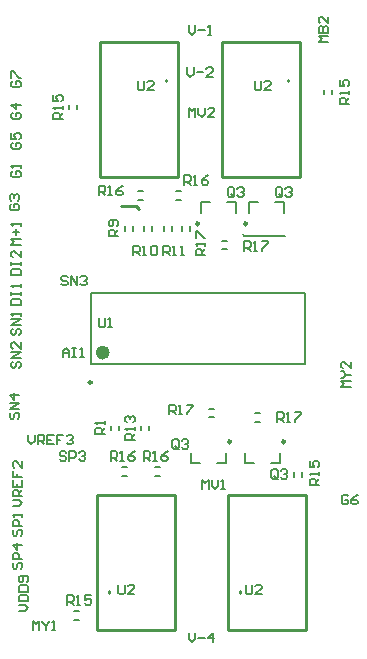
<source format=gto>
%FSLAX25Y25*%
%MOIN*%
G70*
G01*
G75*
%ADD10R,0.03543X0.02756*%
%ADD11R,0.22835X0.25197*%
%ADD12R,0.03150X0.08661*%
%ADD13R,0.02362X0.04528*%
%ADD14R,0.02756X0.03543*%
%ADD15O,0.02362X0.09055*%
%ADD16C,0.07000*%
%ADD17C,0.01000*%
%ADD18C,0.06400*%
%ADD19C,0.06500*%
%ADD20R,0.60500X0.07500*%
%ADD21R,0.08000X0.18500*%
%ADD22C,0.07874*%
%ADD23C,0.04500*%
%ADD24R,0.03740X0.03543*%
%ADD25R,0.03543X0.03740*%
%ADD26C,0.01969*%
%ADD27R,0.09000X0.09500*%
%ADD28C,0.00984*%
%ADD29C,0.02362*%
%ADD30C,0.00787*%
%ADD31C,0.00500*%
%ADD32C,0.00600*%
D17*
X93500Y200500D02*
Y201000D01*
X97500Y168500D02*
Y213500D01*
X71500D02*
X97500D01*
X71500Y168500D02*
Y213500D01*
Y168500D02*
X97500D01*
X53000Y200500D02*
Y201000D01*
X57000Y168500D02*
Y213500D01*
X31000D02*
X57000D01*
X31000Y168500D02*
Y213500D01*
Y168500D02*
X57000D01*
X77500Y30000D02*
Y30500D01*
X73500Y17500D02*
Y62500D01*
Y17500D02*
X99500D01*
Y62500D01*
X73500D02*
X99500D01*
X34000Y30000D02*
Y30500D01*
X30000Y17500D02*
Y62500D01*
Y17500D02*
X56000D01*
Y62500D01*
X30000D02*
X56000D01*
X43000Y159000D02*
X44000Y158000D01*
X38000Y159000D02*
X43000D01*
D28*
X79905Y153071D02*
G03*
X79905Y153071I-492J0D01*
G01*
X63906D02*
G03*
X63906Y153071I-492J0D01*
G01*
X74579Y80429D02*
G03*
X74579Y80429I-492J0D01*
G01*
X28146Y100087D02*
G03*
X28146Y100087I-492J0D01*
G01*
X92579Y80429D02*
G03*
X92579Y80429I-492J0D01*
G01*
D29*
X32988Y110126D02*
G03*
X32988Y110126I-1181J0D01*
G01*
D30*
X108378Y196213D02*
Y197787D01*
X105622Y196213D02*
Y197787D01*
X80594Y156713D02*
Y160256D01*
X83744D01*
X92405Y156713D02*
Y160256D01*
X89256D02*
X92405D01*
X71713Y147378D02*
X73287D01*
X71713Y144622D02*
X73287D01*
X64595Y156713D02*
Y160256D01*
X67744D01*
X76406Y156713D02*
Y160256D01*
X73256D02*
X76406D01*
X43713Y163878D02*
X45287D01*
X43713Y161122D02*
X45287D01*
X56213Y163878D02*
X57787D01*
X56213Y161122D02*
X57787D01*
X41878Y150713D02*
Y152287D01*
X39122Y150713D02*
Y152287D01*
X48378Y150713D02*
Y152287D01*
X45622Y150713D02*
Y152287D01*
X54878Y150713D02*
Y152287D01*
X52122Y150713D02*
Y152287D01*
X34622Y84213D02*
Y85787D01*
X37378Y84213D02*
Y85787D01*
X44622Y84213D02*
Y85787D01*
X47378Y84213D02*
Y85787D01*
X82713Y87122D02*
X84287D01*
X82713Y89878D02*
X84287D01*
X67213Y88622D02*
X68787D01*
X67213Y91378D02*
X68787D01*
X72905Y73244D02*
Y76787D01*
X69756Y73244D02*
X72905D01*
X61094D02*
Y76787D01*
Y73244D02*
X64244D01*
X49213Y69122D02*
X50787D01*
X49213Y71878D02*
X50787D01*
X38213Y69122D02*
X39787D01*
X38213Y71878D02*
X39787D01*
X95622Y68713D02*
Y70287D01*
X98378Y68713D02*
Y70287D01*
X22213Y23878D02*
X23787D01*
X22213Y21122D02*
X23787D01*
X99130Y106189D02*
Y129811D01*
X27870Y106189D02*
Y129811D01*
X99130D01*
X27870Y106189D02*
X99130D01*
X20622Y191213D02*
Y192787D01*
X23378Y191213D02*
Y192787D01*
X90905Y73244D02*
Y76787D01*
X87756Y73244D02*
X90905D01*
X79094D02*
Y76787D01*
Y73244D02*
X82244D01*
X58122Y150713D02*
Y152287D01*
X60878Y150713D02*
Y152287D01*
D31*
X78500Y149500D02*
X79000Y149000D01*
X92563D01*
D32*
X7000Y82699D02*
Y80566D01*
X8066Y79500D01*
X9133Y80566D01*
Y82699D01*
X10199Y79500D02*
Y82699D01*
X11798D01*
X12332Y82166D01*
Y81099D01*
X11798Y80566D01*
X10199D01*
X11265D02*
X12332Y79500D01*
X15531Y82699D02*
X13398D01*
Y79500D01*
X15531D01*
X13398Y81099D02*
X14464D01*
X18730Y82699D02*
X16597D01*
Y81099D01*
X17663D01*
X16597D01*
Y79500D01*
X19796Y82166D02*
X20329Y82699D01*
X21395D01*
X21928Y82166D01*
Y81633D01*
X21395Y81099D01*
X20862D01*
X21395D01*
X21928Y80566D01*
Y80033D01*
X21395Y79500D01*
X20329D01*
X19796Y80033D01*
X1801Y59000D02*
X3934D01*
X5000Y60066D01*
X3934Y61133D01*
X1801D01*
X5000Y62199D02*
X1801D01*
Y63798D01*
X2334Y64332D01*
X3401D01*
X3934Y63798D01*
Y62199D01*
Y63265D02*
X5000Y64332D01*
X1801Y67531D02*
Y65398D01*
X5000D01*
Y67531D01*
X3401Y65398D02*
Y66464D01*
X1801Y70730D02*
Y68597D01*
X3401D01*
Y69663D01*
Y68597D01*
X5000D01*
Y73928D02*
Y71796D01*
X2867Y73928D01*
X2334D01*
X1801Y73395D01*
Y72329D01*
X2334Y71796D01*
X3801Y24000D02*
X5934D01*
X7000Y25066D01*
X5934Y26133D01*
X3801D01*
Y27199D02*
X7000D01*
Y28798D01*
X6467Y29332D01*
X4334D01*
X3801Y28798D01*
Y27199D01*
Y30398D02*
X7000D01*
Y31997D01*
X6467Y32531D01*
X4334D01*
X3801Y31997D01*
Y30398D01*
X6467Y33597D02*
X7000Y34130D01*
Y35196D01*
X6467Y35730D01*
X4334D01*
X3801Y35196D01*
Y34130D01*
X4334Y33597D01*
X4867D01*
X5401Y34130D01*
Y35730D01*
X60500Y16699D02*
Y14566D01*
X61566Y13500D01*
X62633Y14566D01*
Y16699D01*
X63699Y15100D02*
X65832D01*
X68497Y13500D02*
Y16699D01*
X66898Y15100D01*
X69031D01*
X60000Y205199D02*
Y203066D01*
X61066Y202000D01*
X62133Y203066D01*
Y205199D01*
X63199Y203600D02*
X65332D01*
X68531Y202000D02*
X66398D01*
X68531Y204133D01*
Y204666D01*
X67997Y205199D01*
X66931D01*
X66398Y204666D01*
X60500Y219199D02*
Y217066D01*
X61566Y216000D01*
X62633Y217066D01*
Y219199D01*
X63699Y217600D02*
X65832D01*
X66898Y216000D02*
X67964D01*
X67431D01*
Y219199D01*
X66898Y218666D01*
X37000Y32699D02*
Y30033D01*
X37533Y29500D01*
X38600D01*
X39133Y30033D01*
Y32699D01*
X42332Y29500D02*
X40199D01*
X42332Y31633D01*
Y32166D01*
X41798Y32699D01*
X40732D01*
X40199Y32166D01*
X79527Y32699D02*
Y30033D01*
X80060Y29500D01*
X81126D01*
X81660Y30033D01*
Y32699D01*
X84859Y29500D02*
X82726D01*
X84859Y31633D01*
Y32166D01*
X84325Y32699D01*
X83259D01*
X82726Y32166D01*
X43500Y200699D02*
Y198033D01*
X44033Y197500D01*
X45099D01*
X45633Y198033D01*
Y200699D01*
X48832Y197500D02*
X46699D01*
X48832Y199633D01*
Y200166D01*
X48298Y200699D01*
X47232D01*
X46699Y200166D01*
X82500Y200699D02*
Y198033D01*
X83033Y197500D01*
X84100D01*
X84633Y198033D01*
Y200699D01*
X87832Y197500D02*
X85699D01*
X87832Y199633D01*
Y200166D01*
X87299Y200699D01*
X86232D01*
X85699Y200166D01*
X30500Y121699D02*
Y119033D01*
X31033Y118500D01*
X32100D01*
X32633Y119033D01*
Y121699D01*
X33699Y118500D02*
X34765D01*
X34232D01*
Y121699D01*
X33699Y121166D01*
X2334Y40133D02*
X1801Y39599D01*
Y38533D01*
X2334Y38000D01*
X2867D01*
X3401Y38533D01*
Y39599D01*
X3934Y40133D01*
X4467D01*
X5000Y39599D01*
Y38533D01*
X4467Y38000D01*
X5000Y41199D02*
X1801D01*
Y42799D01*
X2334Y43332D01*
X3401D01*
X3934Y42799D01*
Y41199D01*
X5000Y45997D02*
X1801D01*
X3401Y44398D01*
Y46531D01*
X19633Y76666D02*
X19099Y77199D01*
X18033D01*
X17500Y76666D01*
Y76133D01*
X18033Y75599D01*
X19099D01*
X19633Y75066D01*
Y74533D01*
X19099Y74000D01*
X18033D01*
X17500Y74533D01*
X20699Y74000D02*
Y77199D01*
X22298D01*
X22832Y76666D01*
Y75599D01*
X22298Y75066D01*
X20699D01*
X23898Y76666D02*
X24431Y77199D01*
X25497D01*
X26031Y76666D01*
Y76133D01*
X25497Y75599D01*
X24964D01*
X25497D01*
X26031Y75066D01*
Y74533D01*
X25497Y74000D01*
X24431D01*
X23898Y74533D01*
X2334Y51133D02*
X1801Y50599D01*
Y49533D01*
X2334Y49000D01*
X2867D01*
X3401Y49533D01*
Y50599D01*
X3934Y51133D01*
X4467D01*
X5000Y50599D01*
Y49533D01*
X4467Y49000D01*
X5000Y52199D02*
X1801D01*
Y53799D01*
X2334Y54332D01*
X3401D01*
X3934Y53799D01*
Y52199D01*
X5000Y55398D02*
Y56464D01*
Y55931D01*
X1801D01*
X2334Y55398D01*
X1334Y90133D02*
X801Y89600D01*
Y88533D01*
X1334Y88000D01*
X1867D01*
X2400Y88533D01*
Y89600D01*
X2934Y90133D01*
X3467D01*
X4000Y89600D01*
Y88533D01*
X3467Y88000D01*
X4000Y91199D02*
X801D01*
X4000Y93332D01*
X801D01*
X4000Y95997D02*
X801D01*
X2400Y94398D01*
Y96531D01*
X1834Y107133D02*
X1301Y106599D01*
Y105533D01*
X1834Y105000D01*
X2367D01*
X2901Y105533D01*
Y106599D01*
X3434Y107133D01*
X3967D01*
X4500Y106599D01*
Y105533D01*
X3967Y105000D01*
X4500Y108199D02*
X1301D01*
X4500Y110332D01*
X1301D01*
X4500Y113531D02*
Y111398D01*
X2367Y113531D01*
X1834D01*
X1301Y112997D01*
Y111931D01*
X1834Y111398D01*
Y118133D02*
X1301Y117599D01*
Y116533D01*
X1834Y116000D01*
X2367D01*
X2901Y116533D01*
Y117599D01*
X3434Y118133D01*
X3967D01*
X4500Y117599D01*
Y116533D01*
X3967Y116000D01*
X4500Y119199D02*
X1301D01*
X4500Y121332D01*
X1301D01*
X4500Y122398D02*
Y123464D01*
Y122931D01*
X1301D01*
X1834Y122398D01*
X54000Y89500D02*
Y92699D01*
X55599D01*
X56133Y92166D01*
Y91100D01*
X55599Y90566D01*
X54000D01*
X55066D02*
X56133Y89500D01*
X57199D02*
X58265D01*
X57732D01*
Y92699D01*
X57199Y92166D01*
X59865Y92699D02*
X61997D01*
Y92166D01*
X59865Y90033D01*
Y89500D01*
X90000Y87000D02*
Y90199D01*
X91600D01*
X92133Y89666D01*
Y88599D01*
X91600Y88066D01*
X90000D01*
X91066D02*
X92133Y87000D01*
X93199D02*
X94265D01*
X93732D01*
Y90199D01*
X93199Y89666D01*
X95865Y90199D02*
X97997D01*
Y89666D01*
X95865Y87533D01*
Y87000D01*
X66000Y142500D02*
X62801D01*
Y144099D01*
X63334Y144633D01*
X64401D01*
X64934Y144099D01*
Y142500D01*
Y143566D02*
X66000Y144633D01*
Y145699D02*
Y146765D01*
Y146232D01*
X62801D01*
X63334Y145699D01*
X62801Y148365D02*
Y150497D01*
X63334D01*
X65467Y148365D01*
X66000D01*
X79000Y144000D02*
Y147199D01*
X80599D01*
X81133Y146666D01*
Y145599D01*
X80599Y145066D01*
X79000D01*
X80066D02*
X81133Y144000D01*
X82199D02*
X83265D01*
X82732D01*
Y147199D01*
X82199Y146666D01*
X84865Y147199D02*
X86997D01*
Y146666D01*
X84865Y144533D01*
Y144000D01*
X34500Y74000D02*
Y77199D01*
X36099D01*
X36633Y76666D01*
Y75599D01*
X36099Y75066D01*
X34500D01*
X35566D02*
X36633Y74000D01*
X37699D02*
X38765D01*
X38232D01*
Y77199D01*
X37699Y76666D01*
X42497Y77199D02*
X41431Y76666D01*
X40365Y75599D01*
Y74533D01*
X40898Y74000D01*
X41964D01*
X42497Y74533D01*
Y75066D01*
X41964Y75599D01*
X40365D01*
X45500Y74000D02*
Y77199D01*
X47100D01*
X47633Y76666D01*
Y75599D01*
X47100Y75066D01*
X45500D01*
X46566D02*
X47633Y74000D01*
X48699D02*
X49765D01*
X49232D01*
Y77199D01*
X48699Y76666D01*
X53497Y77199D02*
X52431Y76666D01*
X51365Y75599D01*
Y74533D01*
X51898Y74000D01*
X52964D01*
X53497Y74533D01*
Y75066D01*
X52964Y75599D01*
X51365D01*
X30500Y162500D02*
Y165699D01*
X32100D01*
X32633Y165166D01*
Y164100D01*
X32100Y163566D01*
X30500D01*
X31566D02*
X32633Y162500D01*
X33699D02*
X34765D01*
X34232D01*
Y165699D01*
X33699Y165166D01*
X38497Y165699D02*
X37431Y165166D01*
X36365Y164100D01*
Y163033D01*
X36898Y162500D01*
X37964D01*
X38497Y163033D01*
Y163566D01*
X37964Y164100D01*
X36365D01*
X59000Y166000D02*
Y169199D01*
X60599D01*
X61133Y168666D01*
Y167599D01*
X60599Y167066D01*
X59000D01*
X60066D02*
X61133Y166000D01*
X62199D02*
X63265D01*
X62732D01*
Y169199D01*
X62199Y168666D01*
X66997Y169199D02*
X65931Y168666D01*
X64865Y167599D01*
Y166533D01*
X65398Y166000D01*
X66464D01*
X66997Y166533D01*
Y167066D01*
X66464Y167599D01*
X64865D01*
X20000Y26000D02*
Y29199D01*
X21599D01*
X22133Y28666D01*
Y27599D01*
X21599Y27066D01*
X20000D01*
X21066D02*
X22133Y26000D01*
X23199D02*
X24265D01*
X23732D01*
Y29199D01*
X23199Y28666D01*
X27997Y29199D02*
X25865D01*
Y27599D01*
X26931Y28133D01*
X27464D01*
X27997Y27599D01*
Y26533D01*
X27464Y26000D01*
X26398D01*
X25865Y26533D01*
X104000Y66000D02*
X100801D01*
Y67599D01*
X101334Y68133D01*
X102401D01*
X102934Y67599D01*
Y66000D01*
Y67066D02*
X104000Y68133D01*
Y69199D02*
Y70265D01*
Y69732D01*
X100801D01*
X101334Y69199D01*
X100801Y73997D02*
Y71865D01*
X102401D01*
X101867Y72931D01*
Y73464D01*
X102401Y73997D01*
X103467D01*
X104000Y73464D01*
Y72398D01*
X103467Y71865D01*
X18500Y188000D02*
X15301D01*
Y189600D01*
X15834Y190133D01*
X16901D01*
X17434Y189600D01*
Y188000D01*
Y189066D02*
X18500Y190133D01*
Y191199D02*
Y192265D01*
Y191732D01*
X15301D01*
X15834Y191199D01*
X15301Y195997D02*
Y193865D01*
X16901D01*
X16367Y194931D01*
Y195464D01*
X16901Y195997D01*
X17967D01*
X18500Y195464D01*
Y194398D01*
X17967Y193865D01*
X114000Y193000D02*
X110801D01*
Y194599D01*
X111334Y195133D01*
X112400D01*
X112934Y194599D01*
Y193000D01*
Y194066D02*
X114000Y195133D01*
Y196199D02*
Y197265D01*
Y196732D01*
X110801D01*
X111334Y196199D01*
X110801Y200997D02*
Y198865D01*
X112400D01*
X111867Y199931D01*
Y200464D01*
X112400Y200997D01*
X113467D01*
X114000Y200464D01*
Y199398D01*
X113467Y198865D01*
X42500Y81000D02*
X39301D01*
Y82600D01*
X39834Y83133D01*
X40900D01*
X41434Y82600D01*
Y81000D01*
Y82066D02*
X42500Y83133D01*
Y84199D02*
Y85265D01*
Y84732D01*
X39301D01*
X39834Y84199D01*
Y86865D02*
X39301Y87398D01*
Y88464D01*
X39834Y88997D01*
X40367D01*
X40900Y88464D01*
Y87931D01*
Y88464D01*
X41434Y88997D01*
X41967D01*
X42500Y88464D01*
Y87398D01*
X41967Y86865D01*
X52000Y142500D02*
Y145699D01*
X53600D01*
X54133Y145166D01*
Y144099D01*
X53600Y143566D01*
X52000D01*
X53066D02*
X54133Y142500D01*
X55199D02*
X56265D01*
X55732D01*
Y145699D01*
X55199Y145166D01*
X57865Y142500D02*
X58931D01*
X58398D01*
Y145699D01*
X57865Y145166D01*
X42000Y142500D02*
Y145699D01*
X43600D01*
X44133Y145166D01*
Y144099D01*
X43600Y143566D01*
X42000D01*
X43066D02*
X44133Y142500D01*
X45199D02*
X46265D01*
X45732D01*
Y145699D01*
X45199Y145166D01*
X47865D02*
X48398Y145699D01*
X49464D01*
X49997Y145166D01*
Y143033D01*
X49464Y142500D01*
X48398D01*
X47865Y143033D01*
Y145166D01*
X37000Y149000D02*
X33801D01*
Y150600D01*
X34334Y151133D01*
X35401D01*
X35934Y150600D01*
Y149000D01*
Y150066D02*
X37000Y151133D01*
X36467Y152199D02*
X37000Y152732D01*
Y153798D01*
X36467Y154332D01*
X34334D01*
X33801Y153798D01*
Y152732D01*
X34334Y152199D01*
X34867D01*
X35401Y152732D01*
Y154332D01*
X32500Y83000D02*
X29301D01*
Y84600D01*
X29834Y85133D01*
X30900D01*
X31434Y84600D01*
Y83000D01*
Y84066D02*
X32500Y85133D01*
Y86199D02*
Y87265D01*
Y86732D01*
X29301D01*
X29834Y86199D01*
X57133Y78533D02*
Y80666D01*
X56599Y81199D01*
X55533D01*
X55000Y80666D01*
Y78533D01*
X55533Y78000D01*
X56599D01*
X56066Y79066D02*
X57133Y78000D01*
X56599D02*
X57133Y78533D01*
X58199Y80666D02*
X58732Y81199D01*
X59799D01*
X60332Y80666D01*
Y80133D01*
X59799Y79599D01*
X59265D01*
X59799D01*
X60332Y79066D01*
Y78533D01*
X59799Y78000D01*
X58732D01*
X58199Y78533D01*
X90133Y68533D02*
Y70666D01*
X89600Y71199D01*
X88533D01*
X88000Y70666D01*
Y68533D01*
X88533Y68000D01*
X89600D01*
X89066Y69066D02*
X90133Y68000D01*
X89600D02*
X90133Y68533D01*
X91199Y70666D02*
X91732Y71199D01*
X92799D01*
X93332Y70666D01*
Y70133D01*
X92799Y69599D01*
X92265D01*
X92799D01*
X93332Y69066D01*
Y68533D01*
X92799Y68000D01*
X91732D01*
X91199Y68533D01*
X75633Y162533D02*
Y164666D01*
X75099Y165199D01*
X74033D01*
X73500Y164666D01*
Y162533D01*
X74033Y162000D01*
X75099D01*
X74566Y163066D02*
X75633Y162000D01*
X75099D02*
X75633Y162533D01*
X76699Y164666D02*
X77232Y165199D01*
X78298D01*
X78832Y164666D01*
Y164133D01*
X78298Y163600D01*
X77765D01*
X78298D01*
X78832Y163066D01*
Y162533D01*
X78298Y162000D01*
X77232D01*
X76699Y162533D01*
X91633D02*
Y164666D01*
X91100Y165199D01*
X90033D01*
X89500Y164666D01*
Y162533D01*
X90033Y162000D01*
X91100D01*
X90566Y163066D02*
X91633Y162000D01*
X91100D02*
X91633Y162533D01*
X92699Y164666D02*
X93232Y165199D01*
X94298D01*
X94832Y164666D01*
Y164133D01*
X94298Y163600D01*
X93765D01*
X94298D01*
X94832Y163066D01*
Y162533D01*
X94298Y162000D01*
X93232D01*
X92699Y162533D01*
X114500Y98500D02*
X111301D01*
X112367Y99566D01*
X111301Y100633D01*
X114500D01*
X111301Y101699D02*
X111834D01*
X112900Y102765D01*
X111834Y103832D01*
X111301D01*
X112900Y102765D02*
X114500D01*
Y107031D02*
Y104898D01*
X112367Y107031D01*
X111834D01*
X111301Y106497D01*
Y105431D01*
X111834Y104898D01*
X8500Y17500D02*
Y20699D01*
X9566Y19633D01*
X10633Y20699D01*
Y17500D01*
X11699Y20699D02*
Y20166D01*
X12765Y19099D01*
X13832Y20166D01*
Y20699D01*
X12765Y19099D02*
Y17500D01*
X14898D02*
X15964D01*
X15431D01*
Y20699D01*
X14898Y20166D01*
X60500Y188500D02*
Y191699D01*
X61566Y190633D01*
X62633Y191699D01*
Y188500D01*
X63699Y191699D02*
Y189566D01*
X64765Y188500D01*
X65832Y189566D01*
Y191699D01*
X69031Y188500D02*
X66898D01*
X69031Y190633D01*
Y191166D01*
X68497Y191699D01*
X67431D01*
X66898Y191166D01*
X65000Y64500D02*
Y67699D01*
X66066Y66633D01*
X67133Y67699D01*
Y64500D01*
X68199Y67699D02*
Y65566D01*
X69265Y64500D01*
X70332Y65566D01*
Y67699D01*
X71398Y64500D02*
X72464D01*
X71931D01*
Y67699D01*
X71398Y67166D01*
X107000Y213500D02*
X103801D01*
X104867Y214566D01*
X103801Y215633D01*
X107000D01*
X103801Y216699D02*
X107000D01*
Y218299D01*
X106467Y218832D01*
X105934D01*
X105401Y218299D01*
Y216699D01*
Y218299D01*
X104867Y218832D01*
X104334D01*
X103801Y218299D01*
Y216699D01*
X107000Y222031D02*
Y219898D01*
X104867Y222031D01*
X104334D01*
X103801Y221497D01*
Y220431D01*
X104334Y219898D01*
X4500Y146000D02*
X1301D01*
X2367Y147066D01*
X1301Y148133D01*
X4500D01*
X2901Y149199D02*
Y151332D01*
X1834Y150265D02*
X3967D01*
X4500Y152398D02*
Y153464D01*
Y152931D01*
X1301D01*
X1834Y152398D01*
Y200633D02*
X1301Y200099D01*
Y199033D01*
X1834Y198500D01*
X3967D01*
X4500Y199033D01*
Y200099D01*
X3967Y200633D01*
X2901D01*
Y199566D01*
X1301Y201699D02*
Y203832D01*
X1834D01*
X3967Y201699D01*
X4500D01*
X113633Y62166D02*
X113100Y62699D01*
X112033D01*
X111500Y62166D01*
Y60033D01*
X112033Y59500D01*
X113100D01*
X113633Y60033D01*
Y61099D01*
X112566D01*
X116832Y62699D02*
X115765Y62166D01*
X114699Y61099D01*
Y60033D01*
X115232Y59500D01*
X116298D01*
X116832Y60033D01*
Y60566D01*
X116298Y61099D01*
X114699D01*
X1834Y180133D02*
X1301Y179599D01*
Y178533D01*
X1834Y178000D01*
X3967D01*
X4500Y178533D01*
Y179599D01*
X3967Y180133D01*
X2901D01*
Y179066D01*
X1301Y183332D02*
Y181199D01*
X2901D01*
X2367Y182265D01*
Y182799D01*
X2901Y183332D01*
X3967D01*
X4500Y182799D01*
Y181732D01*
X3967Y181199D01*
X1834Y190133D02*
X1301Y189600D01*
Y188533D01*
X1834Y188000D01*
X3967D01*
X4500Y188533D01*
Y189600D01*
X3967Y190133D01*
X2901D01*
Y189066D01*
X4500Y192798D02*
X1301D01*
X2901Y191199D01*
Y193332D01*
X1334Y159633D02*
X801Y159099D01*
Y158033D01*
X1334Y157500D01*
X3467D01*
X4000Y158033D01*
Y159099D01*
X3467Y159633D01*
X2400D01*
Y158566D01*
X1334Y160699D02*
X801Y161232D01*
Y162299D01*
X1334Y162832D01*
X1867D01*
X2400Y162299D01*
Y161765D01*
Y162299D01*
X2934Y162832D01*
X3467D01*
X4000Y162299D01*
Y161232D01*
X3467Y160699D01*
X1834Y170633D02*
X1301Y170099D01*
Y169033D01*
X1834Y168500D01*
X3967D01*
X4500Y169033D01*
Y170099D01*
X3967Y170633D01*
X2901D01*
Y169566D01*
X4500Y171699D02*
Y172765D01*
Y172232D01*
X1301D01*
X1834Y171699D01*
X1301Y136000D02*
X4500D01*
Y137600D01*
X3967Y138133D01*
X1834D01*
X1301Y137600D01*
Y136000D01*
Y139199D02*
Y140265D01*
Y139732D01*
X4500D01*
Y139199D01*
Y140265D01*
Y143997D02*
Y141865D01*
X2367Y143997D01*
X1834D01*
X1301Y143464D01*
Y142398D01*
X1834Y141865D01*
X1301Y126000D02*
X4500D01*
Y127600D01*
X3967Y128133D01*
X1834D01*
X1301Y127600D01*
Y126000D01*
Y129199D02*
Y130265D01*
Y129732D01*
X4500D01*
Y129199D01*
Y130265D01*
Y131865D02*
Y132931D01*
Y132398D01*
X1301D01*
X1834Y131865D01*
X18500Y108500D02*
Y110633D01*
X19566Y111699D01*
X20633Y110633D01*
Y108500D01*
Y110099D01*
X18500D01*
X21699Y111699D02*
X22765D01*
X22232D01*
Y108500D01*
X21699D01*
X22765D01*
X24365D02*
X25431D01*
X24898D01*
Y111699D01*
X24365Y111166D01*
X20133Y135166D02*
X19600Y135699D01*
X18533D01*
X18000Y135166D01*
Y134633D01*
X18533Y134099D01*
X19600D01*
X20133Y133566D01*
Y133033D01*
X19600Y132500D01*
X18533D01*
X18000Y133033D01*
X21199Y132500D02*
Y135699D01*
X23332Y132500D01*
Y135699D01*
X24398Y135166D02*
X24931Y135699D01*
X25997D01*
X26531Y135166D01*
Y134633D01*
X25997Y134099D01*
X25464D01*
X25997D01*
X26531Y133566D01*
Y133033D01*
X25997Y132500D01*
X24931D01*
X24398Y133033D01*
M02*

</source>
